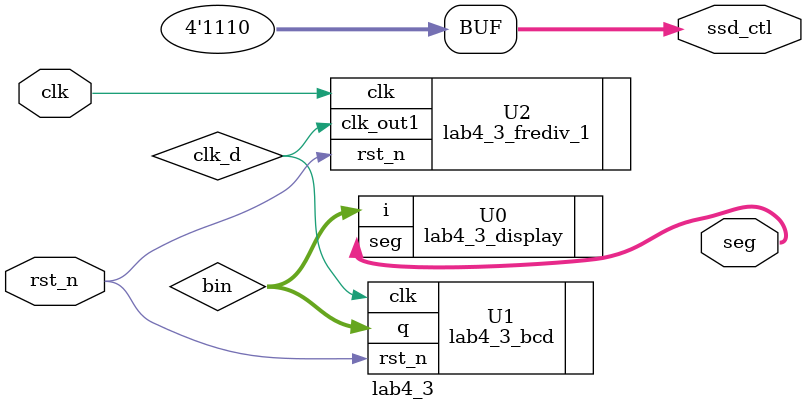
<source format=v>
`timescale 1ns / 1ps


module lab4_3(ssd_ctl, seg, clk, rst_n);
    
output [3:0] ssd_ctl;
output [7:0] seg;  
input clk;
input rst_n;

wire clk_d;
wire [3:0] bin;

lab4_3_display U0(.seg(seg), .i(bin));
lab4_3_bcd U1(.clk(clk_d), .rst_n(rst_n), .q(bin));
lab4_3_frediv_1 U2(.clk(clk), .rst_n(rst_n), .clk_out1(clk_d));

assign ssd_ctl = 4'b1110;
    
endmodule

</source>
